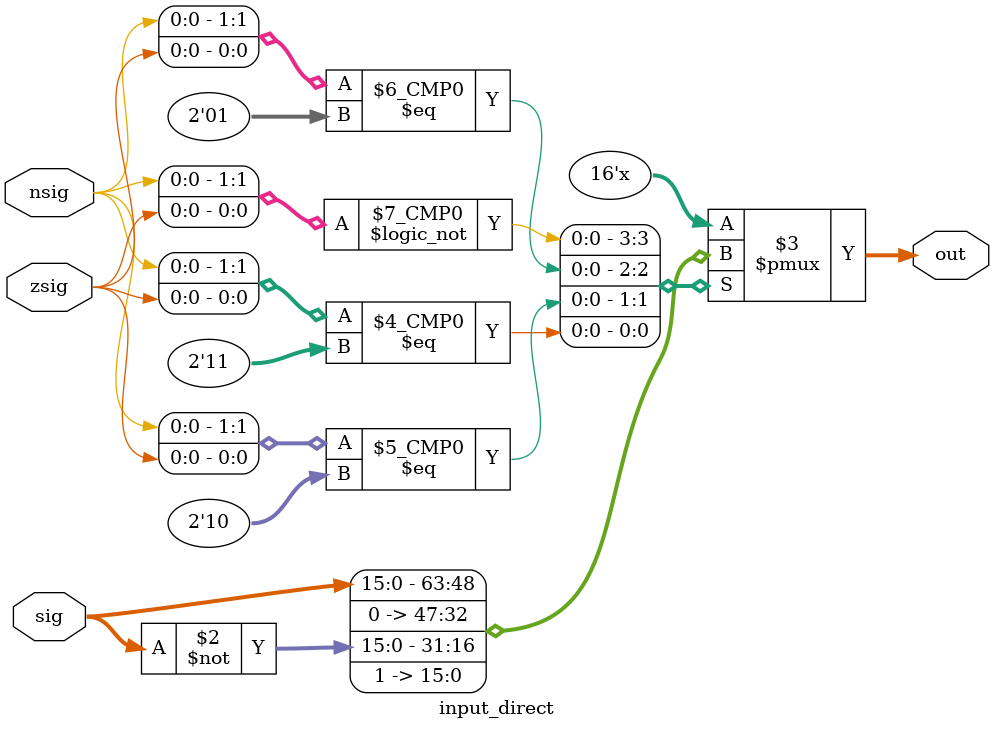
<source format=v>
`timescale 1ns / 1ps

module ALU#(
    parameter width = 16
    )(
    input  wire [width - 1 : 0] x,
    input  wire                 zx,
    input  wire                 nx,
    
    input  wire [width - 1 : 0] y,
    input  wire                 zy,
    input  wire                 ny,
    
    input  wire                 f,
    input  wire                 no,
    
    output wire [width - 1 : 0] out,
    output wire                 zr,
    output wire                 ng
    );

wire [width - 1 : 0] directed_x;
wire [width - 1 : 0] directed_y;
wire [width - 1 : 0] out_buf;

input_direct #(width) dir_x (x, zx, nx, directed_x);
input_direct #(width) dir_y (y, zy, ny, directed_y);

assign out_buf = f? directed_x + directed_y : directed_x & directed_y;
assign out     = no? ~out_buf : out_buf;
assign zr      = out == 0;
assign ng      = out < 0;

endmodule

module input_direct#(
    parameter width = 16
    )(
    input  wire [width - 1 : 0] sig,
    input  wire                 zsig,
    input  wire                 nsig,   
    output reg  [width - 1 : 0] out
    );

always@(*)
    begin
    
    case ({nsig, zsig})
    
    2'b00: out = sig;
    2'b01: out = 0;
    2'b10: out = ~sig;
    2'b11: out = ~0;
    
    endcase
    
    end
    
endmodule

</source>
